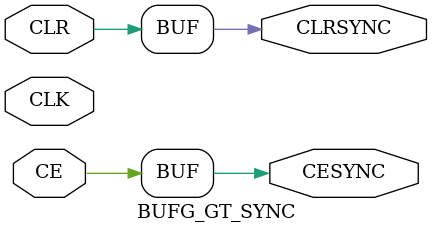
<source format=v>

`timescale 1 ps / 1 ps

`celldefine

module BUFG_GT_SYNC
`ifdef XIL_TIMING
#(
  parameter LOC = "UNPLACED"
)
`endif
(
  output CESYNC,
  output CLRSYNC,

  input CE,
  input CLK,
  input CLR
);
  
// define constants
  assign CESYNC = CE; // rv 1
  assign CLRSYNC = CLR; // rv 0

endmodule

`endcelldefine

</source>
